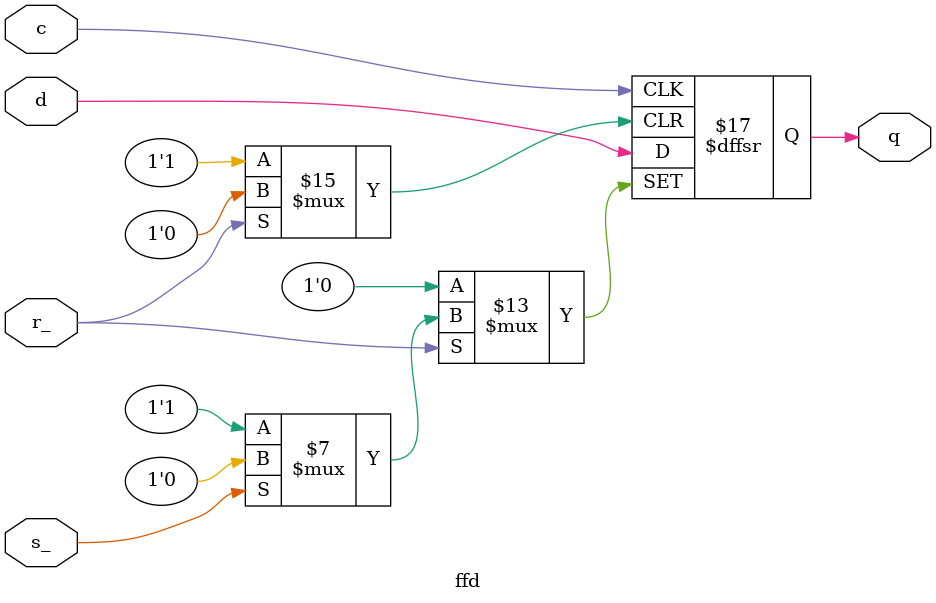
<source format=v>
module ffd(
	input c, d, r_, s_,
	output reg q
);

	initial begin
		q = 1'b0;
	end

	wire r = ~r_;
	wire s = ~s_;

	always @ (posedge c, posedge r, posedge s) begin
		if (r) q <= 1'b0;
		else if (s) q <= 1'b1;
		else q <= d;
	end

endmodule

// vim: tabstop=2 shiftwidth=2 autoindent noexpandtab

</source>
